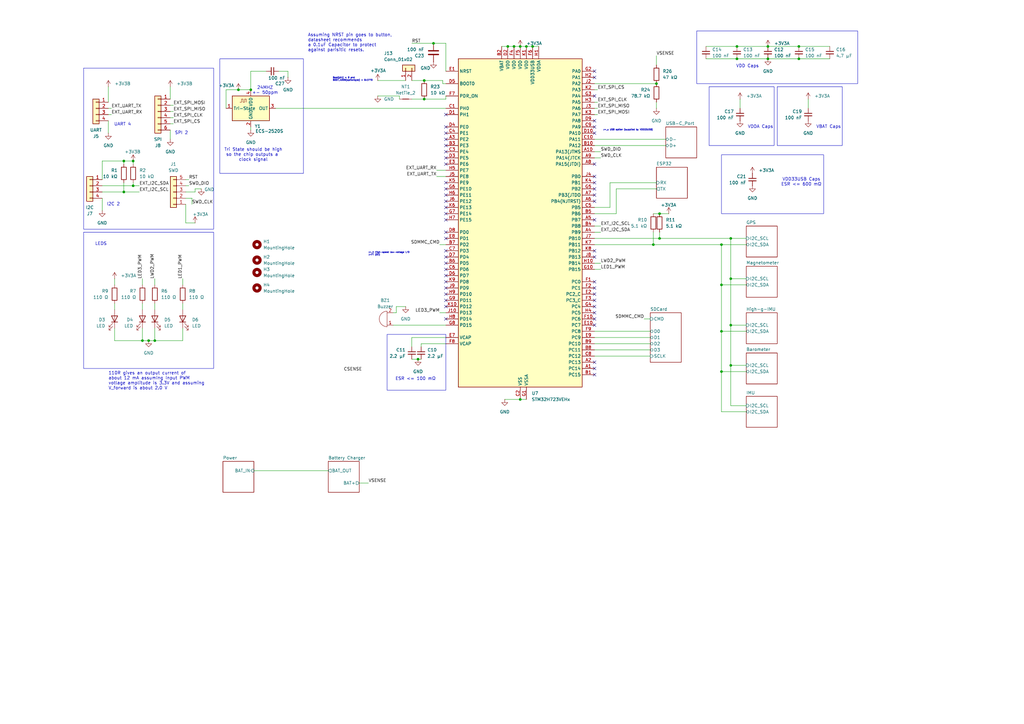
<source format=kicad_sch>
(kicad_sch (version 20250114) (generator "eeschema") (generator_version "9.0")
  (paper "A3")
  (lib_symbols
    (symbol "Connector_Generic:Conn_01x02" (pin_names (offset 1.016) (hide yes))
      (property "Reference" "J" (at 0 2.54 0))
      (property "Value" "Conn_01x02" (at 0 -5.08 0))
      (symbol "Conn_01x02_1_1"
        (pin passive line (at -5.08 0 0) (length 3.81) (name "Pin_1") (number "1"))
        (pin passive line (at -5.08 -2.54 0) (length 3.81) (name "Pin_2") (number "2"))
      )
    )
    (symbol "Connector_Generic:Conn_01x04" (pin_names (offset 1.016) (hide yes))
      (property "Reference" "J" (at 0 5.08 0))
      (property "Value" "Conn_01x04" (at 0 -7.62 0))
      (symbol "Conn_01x04_1_1"
        (pin passive line (at -5.08 2.54 0) (length 3.81) (name "Pin_1") (number "1"))
        (pin passive line (at -5.08 0 0) (length 3.81) (name "Pin_2") (number "2"))
        (pin passive line (at -5.08 -2.54 0) (length 3.81) (name "Pin_3") (number "3"))
        (pin passive line (at -5.08 -5.08 0) (length 3.81) (name "Pin_4") (number "4"))
      )
    )
    (symbol "Connector_Generic:Conn_01x05" (pin_names (offset 1.016) (hide yes))
      (property "Reference" "J" (at 0 7.62 0))
      (property "Value" "Conn_01x05" (at 0 -7.62 0))
      (symbol "Conn_01x05_1_1"
        (pin passive line (at -5.08 5.08 0) (length 3.81) (name "Pin_1") (number "1"))
        (pin passive line (at -5.08 2.54 0) (length 3.81) (name "Pin_2") (number "2"))
        (pin passive line (at -5.08 0 0) (length 3.81) (name "Pin_3") (number "3"))
        (pin passive line (at -5.08 -2.54 0) (length 3.81) (name "Pin_4") (number "4"))
        (pin passive line (at -5.08 -5.08 0) (length 3.81) (name "Pin_5") (number "5"))
      )
    )
    (symbol "Connector_Generic:Conn_01x06" (pin_names (offset 1.016) (hide yes))
      (property "Reference" "J" (at 0 7.62 0))
      (property "Value" "Conn_01x06" (at 0 -10.16 0))
      (symbol "Conn_01x06_1_1"
        (pin passive line (at -5.08 5.08 0) (length 3.81) (name "Pin_1") (number "1"))
        (pin passive line (at -5.08 2.54 0) (length 3.81) (name "Pin_2") (number "2"))
        (pin passive line (at -5.08 0 0) (length 3.81) (name "Pin_3") (number "3"))
        (pin passive line (at -5.08 -2.54 0) (length 3.81) (name "Pin_4") (number "4"))
        (pin passive line (at -5.08 -5.08 0) (length 3.81) (name "Pin_5") (number "5"))
        (pin passive line (at -5.08 -7.62 0) (length 3.81) (name "Pin_6") (number "6"))
      )
    )
    (symbol "Device:Buzzer" (pin_names (offset 0.0254) (hide yes))
      (property "Reference" "BZ" (at 3.81 1.27 0))
      (property "Value" "Buzzer" (at 3.81 -1.27 0))
      (symbol "Buzzer_1_1"
        (pin passive line (at -2.54 2.54 0) (length 2.54) (name "+") (number "1"))
        (pin passive line (at -2.54 -2.54 0) (length 2.54) (name "-") (number "2"))
      )
    )
    (symbol "Device:C" (pin_numbers (hide yes)) (pin_names (offset 0.254))
      (property "Reference" "C" (at 0.635 2.54 0))
      (property "Value" "C" (at 0.635 -2.54 0))
      (symbol "C_1_1"
        (pin passive line (at 0 3.81 270) (length 2.794) (name "~") (number "1"))
        (pin passive line (at 0 -3.81 90) (length 2.794) (name "~") (number "2"))
      )
    )
    (symbol "Device:C_Small" (pin_numbers (hide yes)) (pin_names (offset 0.254) (hide yes))
      (property "Reference" "C" (at 0.254 1.778 0))
      (property "Value" "C_Small" (at 0.254 -2.032 0))
      (symbol "C_Small_1_1"
        (pin passive line (at 0 2.54 270) (length 2.032) (name "~") (number "1"))
        (pin passive line (at 0 -2.54 90) (length 2.032) (name "~") (number "2"))
      )
    )
    (symbol "Device:LED" (pin_numbers (hide yes)) (pin_names (offset 1.016) (hide yes))
      (property "Reference" "D" (at 0 2.54 0))
      (property "Value" "LED" (at 0 -2.54 0))
      (symbol "LED_1_1"
        (pin passive line (at -3.81 0 0) (length 2.54) (name "K") (number "1"))
        (pin passive line (at 3.81 0 180) (length 2.54) (name "A") (number "2"))
      )
    )
    (symbol "Device:NetTie_2" (pin_numbers (hide yes)) (pin_names (offset 0) (hide yes)) (in_bom no)
      (property "Reference" "NT" (at 0 1.27 0))
      (property "Value" "NetTie_2" (at 0 -1.27 0))
      (symbol "NetTie_2_1_1"
        (pin passive line (at -2.54 0 0) (length 2.54) (name "1") (number "1"))
        (pin passive line (at 2.54 0 180) (length 2.54) (name "2") (number "2"))
      )
    )
    (symbol "Device:R" (pin_numbers (hide yes)) (pin_names (offset 0))
      (property "Reference" "R" (at 2.032 0 90))
      (property "Value" "R" (at 0 0 90))
      (symbol "R_1_1"
        (pin passive line (at 0 3.81 270) (length 1.27) (name "~") (number "1"))
        (pin passive line (at 0 -3.81 90) (length 1.27) (name "~") (number "2"))
      )
    )
    (symbol "MCU_ST_STM32H7:STM32H723VEHx"
      (property "Reference" "U" (at -25.4 69.85 0))
      (property "Value" "STM32H723VEHx" (at 10.16 69.85 0))
      (symbol "STM32H723VEHx_1_1"
        (pin input line (at -30.48 63.5 0) (length 5.08) (name "NRST") (number "E1"))
        (pin input line (at -30.48 58.42 0) (length 5.08) (name "BOOT0") (number "D5"))
        (pin input line (at -30.48 53.34 0) (length 5.08) (name "PDR_ON") (number "F7"))
        (pin bidirectional line (at -30.48 48.26 0) (length 5.08) (name "PH0") (number "C1"))
        (pin bidirectional line (at -30.48 45.72 0) (length 5.08) (name "PH1") (number "D1"))
        (pin bidirectional line (at -30.48 40.64 0) (length 5.08) (name "PE0") (number "D4"))
        (pin bidirectional line (at -30.48 38.1 0) (length 5.08) (name "PE1") (number "C4"))
        (pin bidirectional line (at -30.48 35.56 0) (length 5.08) (name "PE2") (number "A3"))
        (pin bidirectional line (at -30.48 33.02 0) (length 5.08) (name "PE3") (number "B3"))
        (pin bidirectional line (at -30.48 30.48 0) (length 5.08) (name "PE4") (number "C3"))
        (pin bidirectional line (at -30.48 27.94 0) (length 5.08) (name "PE5") (number "D3"))
        (pin bidirectional line (at -30.48 25.4 0) (length 5.08) (name "PE6") (number "E3"))
        (pin bidirectional line (at -30.48 22.86 0) (length 5.08) (name "PE7") (number "H5"))
        (pin bidirectional line (at -30.48 20.32 0) (length 5.08) (name "PE8") (number "J5"))
        (pin bidirectional line (at -30.48 17.78 0) (length 5.08) (name "PE9") (number "K5"))
        (pin bidirectional line (at -30.48 15.24 0) (length 5.08) (name "PE10") (number "G6"))
        (pin bidirectional line (at -30.48 12.7 0) (length 5.08) (name "PE11") (number "H6"))
        (pin bidirectional line (at -30.48 10.16 0) (length 5.08) (name "PE12") (number "J6"))
        (pin bidirectional line (at -30.48 7.62 0) (length 5.08) (name "PE13") (number "K6"))
        (pin bidirectional line (at -30.48 5.08 0) (length 5.08) (name "PE14") (number "G7"))
        (pin bidirectional line (at -30.48 2.54 0) (length 5.08) (name "PE15") (number "H7"))
        (pin bidirectional line (at -30.48 -2.54 0) (length 5.08) (name "PD0") (number "D8"))
        (pin bidirectional line (at -30.48 -5.08 0) (length 5.08) (name "PD1") (number "E8"))
        (pin bidirectional line (at -30.48 -7.62 0) (length 5.08) (name "PD2") (number "B7"))
        (pin bidirectional line (at -30.48 -10.16 0) (length 5.08) (name "PD3") (number "C7"))
        (pin bidirectional line (at -30.48 -12.7 0) (length 5.08) (name "PD4") (number "D7"))
        (pin bidirectional line (at -30.48 -15.24 0) (length 5.08) (name "PD5") (number "B6"))
        (pin bidirectional line (at -30.48 -17.78 0) (length 5.08) (name "PD6") (number "C6"))
        (pin bidirectional line (at -30.48 -20.32 0) (length 5.08) (name "PD7") (number "D6"))
        (pin bidirectional line (at -30.48 -22.86 0) (length 5.08) (name "PD8") (number "K9"))
        (pin bidirectional line (at -30.48 -25.4 0) (length 5.08) (name "PD9") (number "J9"))
        (pin bidirectional line (at -30.48 -27.94 0) (length 5.08) (name "PD10") (number "H9"))
        (pin bidirectional line (at -30.48 -30.48 0) (length 5.08) (name "PD11") (number "G9"))
        (pin bidirectional line (at -30.48 -33.02 0) (length 5.08) (name "PD12") (number "K10"))
        (pin bidirectional line (at -30.48 -35.56 0) (length 5.08) (name "PD13") (number "J10"))
        (pin bidirectional line (at -30.48 -38.1 0) (length 5.08) (name "PD14") (number "H8"))
        (pin bidirectional line (at -30.48 -40.64 0) (length 5.08) (name "PD15") (number "G8"))
        (pin power_out line (at -30.48 -45.72 0) (length 5.08) (name "VCAP") (number "E7"))
        (pin power_out line (at -30.48 -48.26 0) (length 5.08) (name "VCAP") (number "F8"))
        (pin power_in line (at -7.62 73.66 270) (length 5.08) (name "VBAT") (number "B2"))
        (pin power_in line (at -5.08 73.66 270) (length 5.08) (name "VDD") (number "D2"))
        (pin power_in line (at -2.54 73.66 270) (length 5.08) (name "VDD") (number "F4"))
        (pin power_in line (at 0 73.66 270) (length 5.08) (name "VDD") (number "F5"))
        (pin power_in line (at 0 -71.12 90) (length 5.08) (name "VSS") (number "C2"))
        (pin passive line (at 0 -71.12 90) (length 5.08) (hide yes) (name "VSS") (number "E4"))
        (pin passive line (at 0 -71.12 90) (length 5.08) (hide yes) (name "VSS") (number "E5"))
        (pin passive line (at 0 -71.12 90) (length 5.08) (hide yes) (name "VSS") (number "E6"))
        (pin passive line (at 0 -71.12 90) (length 5.08) (hide yes) (name "VSS") (number "J1"))
        (pin power_in line (at 2.54 73.66 270) (length 5.08) (name "VDD") (number "K1"))
        (pin power_in line (at 2.54 -71.12 90) (length 5.08) (name "VSSA") (number "G1"))
        (pin power_in line (at 5.08 73.66 270) (length 5.08) (name "VDD33USB") (number "F6"))
        (pin power_in line (at 7.62 73.66 270) (length 5.08) (name "VDDA") (number "H1"))
        (pin bidirectional line (at 30.48 63.5 180) (length 5.08) (name "PA0") (number "G2"))
        (pin bidirectional line (at 30.48 60.96 180) (length 5.08) (name "PA1") (number "H2"))
        (pin bidirectional line (at 30.48 58.42 180) (length 5.08) (name "PA2") (number "J2"))
        (pin bidirectional line (at 30.48 55.88 180) (length 5.08) (name "PA3") (number "K2"))
        (pin bidirectional line (at 30.48 53.34 180) (length 5.08) (name "PA4") (number "G3"))
        (pin bidirectional line (at 30.48 50.8 180) (length 5.08) (name "PA5") (number "H3"))
        (pin bidirectional line (at 30.48 48.26 180) (length 5.08) (name "PA6") (number "J3"))
        (pin bidirectional line (at 30.48 45.72 180) (length 5.08) (name "PA7") (number "K3"))
        (pin bidirectional line (at 30.48 43.18 180) (length 5.08) (name "PA8") (number "D9"))
        (pin bidirectional line (at 30.48 40.64 180) (length 5.08) (name "PA9") (number "C9"))
        (pin bidirectional line (at 30.48 38.1 180) (length 5.08) (name "PA10") (number "D10"))
        (pin bidirectional line (at 30.48 35.56 180) (length 5.08) (name "PA11") (number "C10"))
        (pin bidirectional line (at 30.48 33.02 180) (length 5.08) (name "PA12") (number "B10"))
        (pin bidirectional line (at 30.48 30.48 180) (length 5.08) (name "PA13(JTMS") (number "A10"))
        (pin bidirectional line (at 30.48 27.94 180) (length 5.08) (name "PA14(JTCK") (number "A9"))
        (pin bidirectional line (at 30.48 25.4 180) (length 5.08) (name "PA15(JTDI)") (number "A8"))
        (pin bidirectional line (at 30.48 20.32 180) (length 5.08) (name "PB0") (number "J4"))
        (pin bidirectional line (at 30.48 17.78 180) (length 5.08) (name "PB1") (number "K4"))
        (pin bidirectional line (at 30.48 15.24 180) (length 5.08) (name "PB2") (number "G5"))
        (pin bidirectional line (at 30.48 12.7 180) (length 5.08) (name "PB3(JTDO") (number "A7"))
        (pin bidirectional line (at 30.48 10.16 180) (length 5.08) (name "PB4(NJTRST)") (number "A6"))
        (pin bidirectional line (at 30.48 7.62 180) (length 5.08) (name "PB5") (number "C5"))
        (pin bidirectional line (at 30.48 5.08 180) (length 5.08) (name "PB6") (number "B5"))
        (pin bidirectional line (at 30.48 2.54 180) (length 5.08) (name "PB7") (number "A5"))
        (pin bidirectional line (at 30.48 0 180) (length 5.08) (name "PB8") (number "B4"))
        (pin bidirectional line (at 30.48 -2.54 180) (length 5.08) (name "PB9") (number "A4"))
        (pin bidirectional line (at 30.48 -5.08 180) (length 5.08) (name "PB10") (number "J7"))
        (pin bidirectional line (at 30.48 -7.62 180) (length 5.08) (name "PB11") (number "K7"))
        (pin bidirectional line (at 30.48 -10.16 180) (length 5.08) (name "PB12") (number "K8"))
        (pin bidirectional line (at 30.48 -12.7 180) (length 5.08) (name "PB13") (number "J8"))
        (pin bidirectional line (at 30.48 -15.24 180) (length 5.08) (name "PB14") (number "H10"))
        (pin bidirectional line (at 30.48 -17.78 180) (length 5.08) (name "PB15") (number "G10"))
        (pin bidirectional line (at 30.48 -22.86 180) (length 5.08) (name "PC0") (number "F1"))
        (pin bidirectional line (at 30.48 -25.4 180) (length 5.08) (name "PC1") (number "F2"))
        (pin bidirectional line (at 30.48 -27.94 180) (length 5.08) (name "PC2_C") (number "E2"))
        (pin bidirectional line (at 30.48 -30.48 180) (length 5.08) (name "PC3_C") (number "F3"))
        (pin bidirectional line (at 30.48 -33.02 180) (length 5.08) (name "PC4") (number "G4"))
        (pin bidirectional line (at 30.48 -35.56 180) (length 5.08) (name "PC5") (number "H4"))
        (pin bidirectional line (at 30.48 -38.1 180) (length 5.08) (name "PC6") (number "F10"))
        (pin bidirectional line (at 30.48 -40.64 180) (length 5.08) (name "PC7") (number "E10"))
        (pin bidirectional line (at 30.48 -43.18 180) (length 5.08) (name "PC8") (number "F9"))
        (pin bidirectional line (at 30.48 -45.72 180) (length 5.08) (name "PC9") (number "E9"))
        (pin bidirectional line (at 30.48 -48.26 180) (length 5.08) (name "PC10") (number "B9"))
        (pin bidirectional line (at 30.48 -50.8 180) (length 5.08) (name "PC11") (number "B8"))
        (pin bidirectional line (at 30.48 -53.34 180) (length 5.08) (name "PC12") (number "C8"))
        (pin bidirectional line (at 30.48 -55.88 180) (length 5.08) (name "PC13") (number "A2"))
        (pin bidirectional line (at 30.48 -58.42 180) (length 5.08) (name "PC14") (number "A1"))
        (pin bidirectional line (at 30.48 -60.96 180) (length 5.08) (name "PC15") (number "B1"))
      )
    )
    (symbol "Mechanical:MountingHole" (pin_names (offset 1.016)) (in_bom no)
      (property "Reference" "H" (at 0 5.08 0))
      (property "Value" "MountingHole" (at 0 3.175 0))
    )
    (symbol "Oscillator:ECS-2520MV-xxx-xx"
      (property "Reference" "Y" (at -5.08 6.35 0))
      (property "Value" "ECS-2520MV-xxx-xx" (at 1.27 -6.35 0))
      (symbol "ECS-2520MV-xxx-xx_1_1"
        (pin input line (at -10.16 0 0) (length 2.54) (name "Tri-State") (number "1"))
        (pin power_in line (at 0 7.62 270) (length 2.54) (name "VDD") (number "4"))
        (pin power_in line (at 0 -7.62 90) (length 2.54) (name "GND") (number "2"))
        (pin output line (at 10.16 0 180) (length 2.54) (name "OUT") (number "3"))
      )
    )
    (symbol "power:+3V3" (power) (pin_numbers (hide yes)) (pin_names (offset 0) (hide yes))
      (property "Value" "+3V3" (at 0 3.556 0))
      (symbol "+3V3_1_1"
        (pin power_in line (at 0 0 90) (length 0) (name "~") (number "1"))
      )
    )
    (symbol "power:GND" (power) (pin_numbers (hide yes)) (pin_names (offset 0) (hide yes))
      (property "Value" "GND" (at 0 -3.81 0))
      (symbol "GND_1_1"
        (pin power_in line (at 0 0 270) (length 0) (name "~") (number "1"))
      )
    )
  )
  (rectangle (start 34.29 95.25) (end 87.63 151.13))
  (rectangle (start 295.91 63.5) (end 337.82 87.63))
  (rectangle (start 285.75 12.7) (end 351.79 34.29))
  (rectangle (start 34.29 27.94) (end 87.63 93.98))
  (rectangle (start 290.83 35.56) (end 317.5 59.69))
  (rectangle (start 318.77 35.56) (end 345.44 59.69))
  (rectangle (start 158.75 137.16) (end 182.88 160.02))
  (rectangle (start 90.17 24.13) (end 124.46 71.12))
  (text "VDD Caps" (at 306.578 27.178 0) (effects (font (size 1.27 1.27))))
  (text "I2C 2\n" (at 46.482 83.82 0) (effects (font (size 1.27 1.27))))
  (text "UART 4" (at 50.292 51.054 0) (effects (font (size 1.27 1.27))))
  (text "Assuming NRST pin goes to button, \ndatasheet recommends \na 0.1uF Capacitor to protect \nagainst parisitic resets." (at 126.238 17.526 0) (effects (font (size 1.27 1.27)) (justify left)))
  (text ":=_u USB option (supplied by VDD33USB)" (at 247.396 53.34 0) (effects (font (size 0.635 0.635)) (justify left)))
  (text "ESR <= 100 mΩ\n" (at 170.434 155.448 0) (effects (font (size 1.27 1.27))))
  (text "Boot(pin) = 0 and \nBOOT_ADD0(optionbyte) = 0x1FF0" (at 136.398 32.512 0) (effects (font (size 0.635 0.635)) (justify left)))
  (text "VDD33USB Caps\nESR <= 600 mΩ" (at 328.676 74.676 0) (effects (font (size 1.27 1.27))))
  (text "VDDA Caps" (at 311.912 52.07 0) (effects (font (size 1.27 1.27))))
  (text "LEDS" (at 41.402 100.076 0) (effects (font (size 1.27 1.27))))
  (text ":=_h High-speed low-voltage I/O\n:=FT (5V)" (at 151.13 104.14 0) (effects (font (size 0.635 0.635)) (justify left)))
  (text "24MHZ\n+- 50ppm" (at 108.712 37.084 0) (effects (font (size 1.27 1.27))))
  (text "110R gives an output current of \nabout 12 mA assuming input PWM \nvotlage amplitude is 3.3V and assuming\nV_forward is about 2.0 V" (at 44.45 156.21 0) (effects (font (size 1.27 1.27)) (justify left)))
  (text "SPI 2" (at 74.422 54.61 0) (effects (font (size 1.27 1.27))))
  (text "Tri State should be high\nso the chip outputs a \nclock signal" (at 103.886 63.5 0) (effects (font (size 1.27 1.27))))
  (text "VBAT Caps" (at 339.852 52.07 0) (effects (font (size 1.27 1.27))))
  (junction (at 173.99 40.64))
  (junction (at 210.82 19.05))
  (junction (at 302.26 24.13))
  (junction (at 213.36 163.83))
  (junction (at 295.91 116.84))
  (junction (at 58.42 139.7))
  (junction (at 295.91 135.89))
  (junction (at 54.61 66.04))
  (junction (at 327.66 19.05))
  (junction (at 270.51 97.79))
  (junction (at 269.24 34.29))
  (junction (at 173.99 33.02))
  (junction (at 327.66 24.13))
  (junction (at 171.45 147.32))
  (junction (at 54.61 76.2))
  (junction (at 215.9 19.05))
  (junction (at 213.36 19.05))
  (junction (at 177.8 17.78))
  (junction (at 299.72 97.79))
  (junction (at 218.44 19.05))
  (junction (at 63.5 139.7))
  (junction (at 102.87 36.83))
  (junction (at 60.96 139.7))
  (junction (at 270.51 87.63))
  (junction (at 50.8 78.74))
  (junction (at 50.8 66.04))
  (junction (at 299.72 133.35))
  (junction (at 314.96 24.13))
  (junction (at 97.79 36.83))
  (junction (at 302.26 19.05))
  (junction (at 295.91 152.4))
  (junction (at 299.72 114.3))
  (junction (at 299.72 149.86))
  (junction (at 295.91 100.33))
  (junction (at 208.28 19.05))
  (junction (at 314.96 19.05))
  (junction (at 267.97 100.33))
  (no_connect (at 243.84 102.87))
  (no_connect (at 182.88 102.87))
  (no_connect (at 243.84 29.21))
  (no_connect (at 243.84 148.59))
  (no_connect (at 243.84 153.67))
  (no_connect (at 243.84 67.31))
  (no_connect (at 243.84 123.19))
  (no_connect (at 182.88 97.79))
  (no_connect (at 182.88 90.17))
  (no_connect (at 243.84 128.27))
  (no_connect (at 182.88 110.49))
  (no_connect (at 243.84 151.13))
  (no_connect (at 243.84 52.07))
  (no_connect (at 182.88 54.61))
  (no_connect (at 182.88 115.57))
  (no_connect (at 182.88 118.11))
  (no_connect (at 182.88 107.95))
  (no_connect (at 182.88 85.09))
  (no_connect (at 243.84 130.81))
  (no_connect (at 182.88 125.73))
  (no_connect (at 182.88 59.69))
  (no_connect (at 182.88 95.25))
  (no_connect (at 243.84 82.55))
  (no_connect (at 243.84 120.65))
  (no_connect (at 243.84 39.37))
  (no_connect (at 182.88 64.77))
  (no_connect (at 182.88 105.41))
  (no_connect (at 243.84 54.61))
  (no_connect (at 243.84 115.57))
  (no_connect (at 182.88 80.01))
  (no_connect (at 243.84 118.11))
  (no_connect (at 243.84 80.01))
  (no_connect (at 243.84 49.53))
  (no_connect (at 182.88 67.31))
  (no_connect (at 182.88 62.23))
  (no_connect (at 182.88 87.63))
  (no_connect (at 182.88 123.19))
  (no_connect (at 182.88 120.65))
  (no_connect (at 182.88 52.07))
  (no_connect (at 243.84 105.41))
  (no_connect (at 182.88 74.93))
  (no_connect (at 182.88 130.81))
  (no_connect (at 182.88 46.99))
  (no_connect (at 243.84 125.73))
  (no_connect (at 243.84 77.47))
  (no_connect (at 182.88 57.15))
  (no_connect (at 243.84 31.75))
  (no_connect (at 182.88 113.03))
  (no_connect (at 243.84 90.17))
  (no_connect (at 243.84 133.35))
  (no_connect (at 243.84 72.39))
  (no_connect (at 182.88 82.55))
  (no_connect (at 182.88 77.47))
  (no_connect (at 243.84 74.93))
  (wire (pts (xy 299.72 114.3) (xy 306.07 114.3)))
  (wire (pts (xy 295.91 135.89) (xy 295.91 152.4)))
  (wire (pts (xy 299.72 97.79) (xy 306.07 97.79)))
  (wire (pts (xy 102.87 52.07) (xy 102.87 53.34)))
  (wire (pts (xy 303.53 40.64) (xy 303.53 44.45)))
  (wire (pts (xy 161.29 128.27) (xy 162.56 128.27)))
  (wire (pts (xy 295.91 168.91) (xy 306.07 168.91)))
  (wire (pts (xy 92.71 44.45) (xy 92.71 36.83)))
  (wire (pts (xy 207.01 163.83) (xy 213.36 163.83)))
  (wire (pts (xy 182.88 39.37) (xy 182.88 40.64)))
  (wire (pts (xy 41.91 76.2) (xy 54.61 76.2)))
  (wire (pts (xy 243.84 87.63) (xy 252.73 87.63)))
  (wire (pts (xy 289.56 24.13) (xy 302.26 24.13)))
  (wire (pts (xy 243.84 100.33) (xy 267.97 100.33)))
  (wire (pts (xy 76.2 78.74) (xy 80.01 78.74)))
  (wire (pts (xy 172.72 140.97) (xy 182.88 140.97)))
  (wire (pts (xy 102.87 36.83) (xy 102.87 29.21)))
  (wire (pts (xy 250.19 85.09) (xy 250.19 74.93)))
  (wire (pts (xy 218.44 19.05) (xy 220.98 19.05)))
  (wire (pts (xy 182.88 17.78) (xy 182.88 29.21)))
  (wire (pts (xy 78.74 81.28) (xy 78.74 83.82)))
  (wire (pts (xy 80.01 78.74) (xy 80.01 77.47)))
  (wire (pts (xy 63.5 134.62) (xy 63.5 139.7)))
  (wire (pts (xy 270.51 87.63) (xy 274.32 87.63)))
  (wire (pts (xy 243.84 143.51) (xy 266.7 143.51)))
  (wire (pts (xy 299.72 133.35) (xy 299.72 114.3)))
  (wire (pts (xy 163.83 39.37) (xy 163.83 40.64)))
  (wire (pts (xy 102.87 29.21) (xy 109.22 29.21)))
  (wire (pts (xy 243.84 135.89) (xy 266.7 135.89)))
  (wire (pts (xy 104.14 193.04) (xy 134.62 193.04)))
  (wire (pts (xy 74.93 124.46) (xy 74.93 127)))
  (wire (pts (xy 168.91 138.43) (xy 168.91 142.24)))
  (wire (pts (xy 50.8 78.74) (xy 57.15 78.74)))
  (wire (pts (xy 46.99 134.62) (xy 46.99 139.7)))
  (wire (pts (xy 63.5 139.7) (xy 60.96 139.7)))
  (wire (pts (xy 58.42 114.3) (xy 58.42 116.84)))
  (wire (pts (xy 270.51 95.25) (xy 270.51 97.79)))
  (wire (pts (xy 295.91 116.84) (xy 306.07 116.84)))
  (wire (pts (xy 243.84 146.05) (xy 266.7 146.05)))
  (wire (pts (xy 168.91 17.78) (xy 177.8 17.78)))
  (wire (pts (xy 314.96 24.13) (xy 327.66 24.13)))
  (wire (pts (xy 76.2 81.28) (xy 78.74 81.28)))
  (wire (pts (xy 80.01 77.47) (xy 82.55 77.47)))
  (wire (pts (xy 299.72 133.35) (xy 299.72 149.86)))
  (wire (pts (xy 44.45 46.99) (xy 45.72 46.99)))
  (wire (pts (xy 69.85 45.72) (xy 71.12 45.72)))
  (wire (pts (xy 327.66 19.05) (xy 340.36 19.05)))
  (wire (pts (xy 243.84 95.25) (xy 246.38 95.25)))
  (wire (pts (xy 46.99 139.7) (xy 58.42 139.7)))
  (wire (pts (xy 181.61 34.29) (xy 182.88 34.29)))
  (wire (pts (xy 173.99 40.64) (xy 182.88 40.64)))
  (wire (pts (xy 243.84 34.29) (xy 269.24 34.29)))
  (wire (pts (xy 295.91 152.4) (xy 295.91 168.91)))
  (wire (pts (xy 76.2 76.2) (xy 77.47 76.2)))
  (wire (pts (xy 171.45 147.32) (xy 172.72 147.32)))
  (wire (pts (xy 243.84 92.71) (xy 246.38 92.71)))
  (wire (pts (xy 162.56 128.27) (xy 162.56 125.73)))
  (wire (pts (xy 243.84 62.23) (xy 246.38 62.23)))
  (wire (pts (xy 210.82 19.05) (xy 213.36 19.05)))
  (wire (pts (xy 177.8 17.78) (xy 182.88 17.78)))
  (wire (pts (xy 252.73 77.47) (xy 269.24 77.47)))
  (wire (pts (xy 113.03 44.45) (xy 182.88 44.45)))
  (wire (pts (xy 179.07 72.39) (xy 182.88 72.39)))
  (wire (pts (xy 76.2 83.82) (xy 76.2 91.44)))
  (wire (pts (xy 168.91 40.64) (xy 173.99 40.64)))
  (wire (pts (xy 213.36 19.05) (xy 215.9 19.05)))
  (wire (pts (xy 154.94 33.02) (xy 166.37 33.02)))
  (wire (pts (xy 173.99 33.02) (xy 181.61 33.02)))
  (wire (pts (xy 267.97 95.25) (xy 267.97 100.33)))
  (wire (pts (xy 267.97 87.63) (xy 270.51 87.63)))
  (wire (pts (xy 118.11 29.21) (xy 118.11 31.75)))
  (wire (pts (xy 243.84 59.69) (xy 273.05 59.69)))
  (wire (pts (xy 243.84 46.99) (xy 245.11 46.99)))
  (wire (pts (xy 243.84 64.77) (xy 246.38 64.77)))
  (wire (pts (xy 74.93 139.7) (xy 63.5 139.7)))
  (wire (pts (xy 243.84 57.15) (xy 273.05 57.15)))
  (wire (pts (xy 63.5 124.46) (xy 63.5 127)))
  (wire (pts (xy 215.9 19.05) (xy 218.44 19.05)))
  (wire (pts (xy 58.42 134.62) (xy 58.42 139.7)))
  (wire (pts (xy 69.85 48.26) (xy 71.12 48.26)))
  (wire (pts (xy 270.51 97.79) (xy 299.72 97.79)))
  (wire (pts (xy 54.61 66.04) (xy 54.61 67.31)))
  (wire (pts (xy 289.56 19.05) (xy 302.26 19.05)))
  (wire (pts (xy 114.3 29.21) (xy 118.11 29.21)))
  (wire (pts (xy 41.91 78.74) (xy 50.8 78.74)))
  (wire (pts (xy 46.99 124.46) (xy 46.99 127)))
  (wire (pts (xy 327.66 24.13) (xy 340.36 24.13)))
  (wire (pts (xy 162.56 125.73) (xy 166.37 125.73)))
  (wire (pts (xy 243.84 85.09) (xy 250.19 85.09)))
  (wire (pts (xy 41.91 66.04) (xy 41.91 73.66)))
  (wire (pts (xy 269.24 22.86) (xy 269.24 26.67)))
  (wire (pts (xy 267.97 100.33) (xy 295.91 100.33)))
  (wire (pts (xy 299.72 97.79) (xy 299.72 114.3)))
  (wire (pts (xy 250.19 74.93) (xy 269.24 74.93)))
  (wire (pts (xy 243.84 138.43) (xy 266.7 138.43)))
  (wire (pts (xy 58.42 139.7) (xy 60.96 139.7)))
  (wire (pts (xy 331.47 40.64) (xy 331.47 44.45)))
  (wire (pts (xy 210.82 19.05) (xy 208.28 19.05)))
  (wire (pts (xy 97.79 36.83) (xy 102.87 36.83)))
  (wire (pts (xy 168.91 147.32) (xy 171.45 147.32)))
  (wire (pts (xy 74.93 114.3) (xy 74.93 116.84)))
  (wire (pts (xy 54.61 74.93) (xy 54.61 76.2)))
  (wire (pts (xy 243.84 97.79) (xy 270.51 97.79)))
  (wire (pts (xy 76.2 73.66) (xy 77.47 73.66)))
  (wire (pts (xy 168.91 33.02) (xy 173.99 33.02)))
  (wire (pts (xy 243.84 36.83) (xy 245.11 36.83)))
  (wire (pts (xy 302.26 24.13) (xy 314.96 24.13)))
  (wire (pts (xy 295.91 135.89) (xy 295.91 116.84)))
  (wire (pts (xy 50.8 66.04) (xy 50.8 67.31)))
  (wire (pts (xy 46.99 114.3) (xy 46.99 116.84)))
  (wire (pts (xy 269.24 41.91) (xy 269.24 44.45)))
  (wire (pts (xy 154.94 39.37) (xy 163.83 39.37)))
  (wire (pts (xy 69.85 35.56) (xy 69.85 40.64)))
  (wire (pts (xy 44.45 44.45) (xy 45.72 44.45)))
  (wire (pts (xy 208.28 19.05) (xy 205.74 19.05)))
  (wire (pts (xy 69.85 53.34) (xy 69.85 57.15)))
  (wire (pts (xy 243.84 44.45) (xy 245.11 44.45)))
  (wire (pts (xy 295.91 100.33) (xy 295.91 116.84)))
  (wire (pts (xy 243.84 41.91) (xy 245.11 41.91)))
  (wire (pts (xy 44.45 49.53) (xy 44.45 54.61)))
  (wire (pts (xy 54.61 76.2) (xy 57.15 76.2)))
  (wire (pts (xy 182.88 133.35) (xy 161.29 133.35)))
  (wire (pts (xy 168.91 138.43) (xy 182.88 138.43)))
  (wire (pts (xy 69.85 43.18) (xy 71.12 43.18)))
  (wire (pts (xy 295.91 152.4) (xy 306.07 152.4)))
  (wire (pts (xy 172.72 140.97) (xy 172.72 142.24)))
  (wire (pts (xy 41.91 81.28) (xy 41.91 86.36)))
  (wire (pts (xy 181.61 33.02) (xy 181.61 34.29)))
  (wire (pts (xy 58.42 124.46) (xy 58.42 127)))
  (wire (pts (xy 63.5 114.3) (xy 63.5 116.84)))
  (wire (pts (xy 295.91 100.33) (xy 306.07 100.33)))
  (wire (pts (xy 299.72 166.37) (xy 306.07 166.37)))
  (wire (pts (xy 41.91 66.04) (xy 50.8 66.04)))
  (wire (pts (xy 50.8 66.04) (xy 54.61 66.04)))
  (wire (pts (xy 213.36 163.83) (xy 215.9 163.83)))
  (wire (pts (xy 76.2 91.44) (xy 80.01 91.44)))
  (wire (pts (xy 74.93 134.62) (xy 74.93 139.7)))
  (wire (pts (xy 243.84 140.97) (xy 266.7 140.97)))
  (wire (pts (xy 299.72 149.86) (xy 306.07 149.86)))
  (wire (pts (xy 180.34 128.27) (xy 182.88 128.27)))
  (wire (pts (xy 243.84 110.49) (xy 246.38 110.49)))
  (wire (pts (xy 252.73 87.63) (xy 252.73 77.47)))
  (wire (pts (xy 264.16 130.81) (xy 266.7 130.81)))
  (wire (pts (xy 44.45 35.56) (xy 44.45 41.91)))
  (wire (pts (xy 243.84 107.95) (xy 246.38 107.95)))
  (wire (pts (xy 179.07 69.85) (xy 182.88 69.85)))
  (wire (pts (xy 50.8 74.93) (xy 50.8 78.74)))
  (wire (pts (xy 69.85 50.8) (xy 71.12 50.8)))
  (wire (pts (xy 314.96 19.05) (xy 327.66 19.05)))
  (wire (pts (xy 92.71 36.83) (xy 97.79 36.83)))
  (wire (pts (xy 302.26 19.05) (xy 314.96 19.05)))
  (wire (pts (xy 306.07 135.89) (xy 295.91 135.89)))
  (wire (pts (xy 299.72 149.86) (xy 299.72 166.37)))
  (wire (pts (xy 306.07 133.35) (xy 299.72 133.35)))
  (wire (pts (xy 147.32 198.12) (xy 151.13 198.12)))
  (wire (pts (xy 180.34 100.33) (xy 182.88 100.33)))
  (label "EXT_I2C_SDA" (at 246.38 95.25 0))
  (label "LWD2_PWM" (at 246.38 107.95 0))
  (label "SWD_DIO" (at 246.38 62.23 0))
  (label "EXT_UART_RX" (at 45.72 46.99 0))
  (label "EXT_I2C_SDA" (at 57.15 76.2 0))
  (label "SWD_DIO" (at 77.47 76.2 0))
  (label "EXT_SPI_MISO" (at 245.11 44.45 0))
  (label "EXT_SPI_MOSI" (at 245.11 46.99 0))
  (label "LED3_PWM" (at 180.34 128.27 180))
  (label "EXT_I2C_SCL" (at 57.15 78.74 0))
  (label "VSENSE" (at 151.13 198.12 0))
  (label "VSENSE" (at 269.24 22.86 0))
  (label "LWD2_PWM" (at 63.5 114.3 90))
  (label "EXT_SPI_CLK" (at 245.11 41.91 0))
  (label "EXT_SPI_CLK" (at 71.12 48.26 0))
  (label "EXT_UART_RX" (at 179.07 69.85 180))
  (label "EXT_SPI_MOSI" (at 71.12 43.18 0))
  (label "RST" (at 168.91 17.78 0))
  (label "EXT_SPI_MISO" (at 71.12 45.72 0))
  (label "SDMMC_CMD" (at 180.34 100.33 180))
  (label "EXT_SPI_CS" (at 245.11 36.83 0))
  (label "LED3_PWM" (at 58.42 114.3 90))
  (label "EXT_SPI_CS" (at 71.12 50.8 0))
  (label "RST" (at 77.47 73.66 0))
  (label "LED1_PWM" (at 246.38 110.49 0))
  (label "EXT_I2C_SCL" (at 246.38 92.71 0))
  (label "SWD_CLK" (at 246.38 64.77 0))
  (label "LED1_PWM" (at 74.93 114.3 90))
  (label "SDMMC_CMD" (at 264.16 130.81 180))
  (label "SWD_CLK" (at 78.74 83.82 0))
  (label "CSENSE" (at 140.97 152.4 0))
  (label "EXT_UART_TX" (at 45.72 44.45 0))
  (label "EXT_UART_TX" (at 179.07 72.39 180))
  (symbol (lib_id "power:GND") (at 303.53 49.53 0) (unit 1)
    (property "Reference" "#PWR044" (effects (hide yes)))
    (property "Value" "GND" (at 303.53 54.61 0))
    (property "Description" "Power symbol creates a global label with name \"GND\" , ground" (effects (hide yes)))
  )
  (symbol (lib_id "Device:C_Small") (at 308.61 73.66 0) (mirror y) (unit 1)
    (property "Reference" "C21" (at 306.07 72.3962 0) (effects (justify left)))
    (property "Value" "100 nF" (at 306.07 74.9362 0) (effects (justify left)))
    (property "Footprint" "Capacitor_SMD:C_0603_1608Metric_Pad1.08x0.95mm_HandSolder" (effects (hide yes)))
    (property "Description" "Unpolarized capacitor, small symbol" (effects (hide yes)))
  )
  (symbol (lib_id "Oscillator:ECS-2520MV-xxx-xx") (at 102.87 44.45 0) (unit 1)
    (property "Reference" "Y1" (at 105.664 51.7458 0))
    (property "Value" "ECS-2520S" (at 110.49 53.7778 0))
    (property "Footprint" "Oscillator:Oscillator_SMD_ECS_2520MV-xxx-xx-4Pin_2.5x2.0mm" (effects (hide yes)))
    (property "Datasheet" "https://www.ecsxtal.com/store/pdf/ECS-2520MV.pdf" (effects (hide yes)))
    (property "Description" "HCMOS Crystal Clock Oscillator, 2.5x2.0 mm SMD" (effects (hide yes)))
  )
  (symbol (lib_id "power:GND") (at 118.11 31.75 0) (unit 1)
    (property "Reference" "#PWR019" (effects (hide yes)))
    (property "Value" "GND" (at 118.11 36.83 0))
    (property "Description" "Power symbol creates a global label with name \"GND\" , ground" (effects (hide yes)))
  )
  (symbol (lib_id "Device:R") (at 54.61 71.12 0) (unit 1)
    (property "Reference" "R2" (at 57.15 69.8499 0) (effects (justify left)))
    (property "Value" "10 kΩ" (at 57.15 72.3899 0) (effects (justify left)))
    (property "Footprint" "Resistor_SMD:R_0603_1608Metric_Pad0.98x0.95mm_HandSolder" (effects (hide yes)))
    (property "Description" "Resistor" (effects (hide yes)))
  )
  (symbol (lib_id "Device:R") (at 267.97 91.44 0) (mirror y) (unit 1)
    (property "Reference" "R10" (at 265.43 90.1699 0) (effects (justify left)))
    (property "Value" "5.1 kΩ" (at 265.43 92.7099 0) (effects (justify left)))
    (property "Footprint" "Resistor_SMD:R_0603_1608Metric_Pad0.98x0.95mm_HandSolder" (effects (hide yes)))
    (property "Description" "Resistor" (effects (hide yes)))
  )
  (symbol (lib_id "power:GND") (at 308.61 76.2 0) (unit 1)
    (property "Reference" "#PWR048" (effects (hide yes)))
    (property "Value" "GND" (at 308.61 81.28 0))
    (property "Description" "Power symbol creates a global label with name \"GND\" , ground" (effects (hide yes)))
  )
  (symbol (lib_id "Connector_Generic:Conn_01x04") (at 36.83 76.2 0) (mirror y) (unit 1)
    (property "Reference" "J7" (at 36.83 87.63 0))
    (property "Value" "I2C" (at 36.83 85.09 0))
    (property "Footprint" "Connector_JST:JST_XH_B4B-XH-A_1x04_P2.50mm_Vertical" (effects (hide yes)))
    (property "Description" "Generic connector, single row, 01x04, script generated (kicad-library-utils/schlib/autogen/connector/)" (effects (hide yes)))
  )
  (symbol (lib_id "power:+3V3") (at 97.79 36.83 0) (unit 1)
    (property "Reference" "#PWR038" (effects (hide yes)))
    (property "Value" "+3V3A" (at 89.662 35.052 0) (effects (justify left)))
    (property "Description" "Power symbol creates a global label with name \"+3V3\"" (effects (hide yes)))
  )
  (symbol (lib_id "Device:R") (at 50.8 71.12 0) (mirror y) (unit 1)
    (property "Reference" "R1" (at 48.26 69.8499 0) (effects (justify left)))
    (property "Value" "10 kΩ" (at 48.26 72.3899 0) (effects (justify left)))
    (property "Footprint" "Resistor_SMD:R_0603_1608Metric_Pad0.98x0.95mm_HandSolder" (effects (hide yes)))
    (property "Description" "Resistor" (effects (hide yes)))
  )
  (symbol (lib_id "Device:NetTie_2") (at 166.37 40.64 180) (unit 1) (in_bom no)
    (property "Reference" "NT1" (at 166.37 35.56 0))
    (property "Value" "NetTie_2" (at 166.37 38.1 0))
    (property "Footprint" "NetTie:NetTie-2_SMD_Pad0.5mm" (effects (hide yes)))
    (property "Description" "Net tie, 2 pins" (effects (hide yes)))
  )
  (symbol (lib_id "power:+3V3") (at 308.61 71.12 0) (unit 1)
    (property "Reference" "#PWR047" (effects (hide yes)))
    (property "Value" "+3V3A" (at 311.15 69.8499 0) (effects (justify left)))
    (property "Description" "Power symbol creates a global label with name \"+3V3\"" (effects (hide yes)))
  )
  (symbol (lib_id "Device:LED") (at 58.42 130.81 270) (mirror x) (unit 1)
    (property "Reference" "D4" (at 54.61 131.1274 90) (effects (justify right)))
    (property "Value" "LED" (at 54.61 133.6674 90) (effects (justify right)))
    (property "Footprint" "LED_SMD:LED_0805_2012Metric_Pad1.15x1.40mm_HandSolder" (effects (hide yes)))
    (property "Description" "Light emitting diode" (effects (hide yes)))
    (property "Sim.Pins" "1=K 2=A" (effects (hide yes)))
  )
  (symbol (lib_id "Device:C_Small") (at 172.72 144.78 0) (unit 1)
    (property "Reference" "C10" (at 175.26 143.5162 0) (effects (justify left)))
    (property "Value" "2.2 µF" (at 175.26 146.0562 0) (effects (justify left)))
    (property "Footprint" "Capacitor_SMD:C_0603_1608Metric_Pad1.08x0.95mm_HandSolder" (effects (hide yes)))
    (property "Description" "Unpolarized capacitor, small symbol" (effects (hide yes)))
  )
  (symbol (lib_id "Device:R") (at 46.99 120.65 0) (mirror y) (unit 1)
    (property "Reference" "R9" (at 44.45 119.3799 0) (effects (justify left)))
    (property "Value" "110 Ω" (at 44.45 121.9199 0) (effects (justify left)))
    (property "Footprint" "Resistor_SMD:R_0603_1608Metric_Pad0.98x0.95mm_HandSolder" (effects (hide yes)))
    (property "Description" "Resistor" (effects (hide yes)))
  )
  (symbol (lib_id "power:+3V3") (at 69.85 35.56 0) (unit 1)
    (property "Reference" "#PWR024" (effects (hide yes)))
    (property "Value" "+3V3B" (at 72.39 34.2899 0) (effects (justify left)))
    (property "Description" "Power symbol creates a global label with name \"+3V3\"" (effects (hide yes)))
  )
  (symbol (lib_id "power:+3V3") (at 303.53 40.64 0) (unit 1)
    (property "Reference" "#PWR043" (effects (hide yes)))
    (property "Value" "+3V3A" (at 306.07 39.3699 0) (effects (justify left)))
    (property "Description" "Power symbol creates a global label with name \"+3V3\"" (effects (hide yes)))
  )
  (symbol (lib_id "Device:C_Small") (at 168.91 144.78 0) (mirror y) (unit 1)
    (property "Reference" "C11" (at 166.37 143.5162 0) (effects (justify left)))
    (property "Value" "2.2 µF" (at 166.37 146.0562 0) (effects (justify left)))
    (property "Footprint" "Capacitor_SMD:C_0603_1608Metric_Pad1.08x0.95mm_HandSolder" (effects (hide yes)))
    (property "Description" "Unpolarized capacitor, small symbol" (effects (hide yes)))
  )
  (symbol (lib_id "Device:R") (at 270.51 91.44 0) (unit 1)
    (property "Reference" "R11" (at 273.05 90.1699 0) (effects (justify left)))
    (property "Value" "5.1 kΩ" (at 273.05 92.7099 0) (effects (justify left)))
    (property "Footprint" "Resistor_SMD:R_0603_1608Metric_Pad0.98x0.95mm_HandSolder" (effects (hide yes)))
    (property "Description" "Resistor" (effects (hide yes)))
  )
  (symbol (lib_id "power:GND") (at 60.96 139.7 0) (unit 1)
    (property "Reference" "#PWR040" (effects (hide yes)))
    (property "Value" "GND" (at 60.96 144.78 0))
    (property "Description" "Power symbol creates a global label with name \"GND\" , ground" (effects (hide yes)))
  )
  (symbol (lib_id "power:+3V3") (at 54.61 66.04 0) (unit 1)
    (property "Reference" "#PWR023" (effects (hide yes)))
    (property "Value" "+3V3B" (at 57.658 62.23 0) (effects (justify right)))
    (property "Description" "Power symbol creates a global label with name \"+3V3\"" (effects (hide yes)))
  )
  (symbol (lib_id "Device:R") (at 173.99 36.83 0) (unit 1)
    (property "Reference" "R23" (at 176.53 35.5599 0) (effects (justify left)))
    (property "Value" "10 kΩ" (at 176.53 38.0999 0) (effects (justify left)))
    (property "Footprint" "Resistor_SMD:R_0603_1608Metric_Pad0.98x0.95mm_HandSolder" (effects (hide yes)))
    (property "Description" "Resistor" (effects (hide yes)))
  )
  (symbol (lib_id "Connector_Generic:Conn_01x06") (at 64.77 45.72 0) (mirror y) (unit 1)
    (property "Reference" "J8" (at 64.77 59.69 0))
    (property "Value" "SPI" (at 64.77 57.15 0))
    (property "Footprint" "Connector_JST:JST_XH_B6B-XH-A_1x06_P2.50mm_Vertical" (effects (hide yes)))
    (property "Description" "Generic connector, single row, 01x06, script generated (kicad-library-utils/schlib/autogen/connector/)" (effects (hide yes)))
  )
  (symbol (lib_id "Mechanical:MountingHole") (at 105.41 111.76 0) (unit 1) (in_bom no)
    (property "Reference" "H3" (at 107.95 110.4899 0) (effects (justify left)))
    (property "Value" "MountingHole" (at 107.95 113.0299 0) (effects (justify left)))
    (property "Footprint" "MountingHole:MountingHole_3.2mm_M3_DIN965" (effects (hide yes)))
    (property "Description" "Mounting Hole without connection" (effects (hide yes)))
  )
  (symbol (lib_id "Device:R") (at 269.24 30.48 180) (unit 1)
    (property "Reference" "R26" (at 271.78 29.2099 0) (effects (justify right)))
    (property "Value" "47 kΩ" (at 271.78 31.7499 0) (effects (justify right)))
    (property "Footprint" "Resistor_SMD:R_0603_1608Metric_Pad0.98x0.95mm_HandSolder" (effects (hide yes)))
    (property "Description" "Resistor" (effects (hide yes)))
  )
  (symbol (lib_id "power:+3V3") (at 314.96 19.05 0) (unit 1)
    (property "Reference" "#PWR041" (effects (hide yes)))
    (property "Value" "+3V3A" (at 317.5 17.7799 0) (effects (justify left)))
    (property "Description" "Power symbol creates a global label with name \"+3V3\"" (effects (hide yes)))
  )
  (symbol (lib_id "Device:LED") (at 74.93 130.81 90) (unit 1)
    (property "Reference" "D6" (at 78.74 131.1274 90) (effects (justify right)))
    (property "Value" "LED" (at 78.74 133.6674 90) (effects (justify right)))
    (property "Footprint" "LED_SMD:LED_0805_2012Metric_Pad1.15x1.40mm_HandSolder" (effects (hide yes)))
    (property "Description" "Light emitting diode" (effects (hide yes)))
    (property "Sim.Pins" "1=K 2=A" (effects (hide yes)))
  )
  (symbol (lib_id "power:+3V3") (at 213.36 19.05 0) (unit 1)
    (property "Reference" "#PWR034" (effects (hide yes)))
    (property "Value" "+3V3A" (at 215.9 17.7799 0) (effects (justify left)))
    (property "Description" "Power symbol creates a global label with name \"+3V3\"" (effects (hide yes)))
  )
  (symbol (lib_id "Device:LED") (at 63.5 130.81 90) (unit 1)
    (property "Reference" "D5" (at 67.31 131.1274 90) (effects (justify right)))
    (property "Value" "LED" (at 67.31 133.6674 90) (effects (justify right)))
    (property "Footprint" "LED_SMD:LED_0805_2012Metric_Pad1.15x1.40mm_HandSolder" (effects (hide yes)))
    (property "Description" "Light emitting diode" (effects (hide yes)))
    (property "Sim.Pins" "1=K 2=A" (effects (hide yes)))
  )
  (symbol (lib_id "Device:C_Small") (at 303.53 46.99 0) (mirror y) (unit 1)
    (property "Reference" "C17" (at 300.99 45.7262 0) (effects (justify left)))
    (property "Value" "100 nF" (at 300.99 48.2662 0) (effects (justify left)))
    (property "Footprint" "Capacitor_SMD:C_0603_1608Metric_Pad1.08x0.95mm_HandSolder" (effects (hide yes)))
    (property "Description" "Unpolarized capacitor, small symbol" (effects (hide yes)))
  )
  (symbol (lib_id "MCU_ST_STM32H7:STM32H723VEHx") (at 213.36 92.71 0) (unit 1)
    (property "Reference" "U7" (at 218.0433 161.29 0) (effects (justify left)))
    (property "Value" "STM32H723VEHx" (at 218.0433 163.83 0) (effects (justify left)))
    (property "Footprint" "Package_BGA:TFBGA-100_8x8mm_Layout10x10_P0.8mm" (effects (hide yes)))
    (property "Datasheet" "https://www.st.com/resource/en/datasheet/stm32h723ve.pdf" (effects (hide yes)))
    (property "Description" "STMicroelectronics Arm Cortex-M7 MCU, 512KB flash, 564KB RAM, 550 MHz, 1.62-3.6V, 82 GPIO, TFBGA100" (effects (hide yes)))
  )
  (symbol (lib_id "Connector_Generic:Conn_01x05") (at 71.12 78.74 180) (unit 1)
    (property "Reference" "J1" (at 71.12 67.31 0))
    (property "Value" "SWD" (at 71.12 69.85 0))
    (property "Footprint" "Connector_PinHeader_2.54mm:PinHeader_1x05_P2.54mm_Vertical" (effects (hide yes)))
    (property "Description" "Generic connector, single row, 01x05, script generated (kicad-library-utils/schlib/autogen/connector/)" (effects (hide yes)))
  )
  (symbol (lib_id "power:GND") (at 207.01 163.83 0) (unit 1)
    (property "Reference" "#PWR07" (effects (hide yes)))
    (property "Value" "GND" (at 207.01 168.91 0))
    (property "Description" "Power symbol creates a global label with name \"GND\" , ground" (effects (hide yes)))
  )
  (symbol (lib_id "Device:C_Small") (at 331.47 46.99 0) (mirror y) (unit 1)
    (property "Reference" "C19" (at 328.93 45.7262 0) (effects (justify left)))
    (property "Value" "100 nF" (at 328.93 48.2662 0) (effects (justify left)))
    (property "Footprint" "Capacitor_SMD:C_0603_1608Metric_Pad1.08x0.95mm_HandSolder" (effects (hide yes)))
    (property "Description" "Unpolarized capacitor, small symbol" (effects (hide yes)))
  )
  (symbol (lib_id "Device:R") (at 63.5 120.65 0) (unit 1)
    (property "Reference" "R6" (at 66.04 119.3799 0) (effects (justify left)))
    (property "Value" "110 Ω" (at 66.04 121.9199 0) (effects (justify left)))
    (property "Footprint" "Resistor_SMD:R_0603_1608Metric_Pad0.98x0.95mm_HandSolder" (effects (hide yes)))
    (property "Description" "Resistor" (effects (hide yes)))
  )
  (symbol (lib_id "power:GND") (at 44.45 54.61 0) (unit 1)
    (property "Reference" "#PWR027" (effects (hide yes)))
    (property "Value" "GND" (at 44.45 59.69 0))
    (property "Description" "Power symbol creates a global label with name \"GND\" , ground" (effects (hide yes)))
  )
  (symbol (lib_id "Mechanical:MountingHole") (at 105.41 118.11 0) (unit 1) (in_bom no)
    (property "Reference" "H4" (at 107.95 116.8399 0) (effects (justify left)))
    (property "Value" "MountingHole" (at 107.95 119.3799 0) (effects (justify left)))
    (property "Footprint" "MountingHole:MountingHole_3.2mm_M3_DIN965" (effects (hide yes)))
    (property "Description" "Mounting Hole without connection" (effects (hide yes)))
  )
  (symbol (lib_id "power:GND") (at 166.37 125.73 0) (unit 1)
    (property "Reference" "#PWR036" (effects (hide yes)))
    (property "Value" "GND" (at 166.37 130.81 0))
    (property "Description" "Power symbol creates a global label with name \"GND\" , ground" (effects (hide yes)))
  )
  (symbol (lib_id "power:GND") (at 171.45 147.32 0) (unit 1)
    (property "Reference" "#PWR035" (effects (hide yes)))
    (property "Value" "GND" (at 171.45 152.4 0))
    (property "Description" "Power symbol creates a global label with name \"GND\" , ground" (effects (hide yes)))
  )
  (symbol (lib_id "Device:R") (at 269.24 38.1 0) (mirror x) (unit 1)
    (property "Reference" "R24" (at 266.7 36.8299 0) (effects (justify right)))
    (property "Value" "78.7 kΩ" (at 266.7 39.3699 0) (effects (justify right)))
    (property "Footprint" "Resistor_SMD:R_0603_1608Metric_Pad0.98x0.95mm_HandSolder" (effects (hide yes)))
    (property "Description" "Resistor" (effects (hide yes)))
  )
  (symbol (lib_id "Device:C_Small") (at 327.66 21.59 0) (unit 1)
    (property "Reference" "C15" (at 330.2 20.3262 0) (effects (justify left)))
    (property "Value" "100 nF" (at 330.2 22.8662 0) (effects (justify left)))
    (property "Footprint" "Capacitor_SMD:C_0603_1608Metric_Pad1.08x0.95mm_HandSolder" (effects (hide yes)))
    (property "Description" "Unpolarized capacitor, small symbol" (effects (hide yes)))
  )
  (symbol (lib_id "power:GND") (at 177.8 25.4 0) (unit 1)
    (property "Reference" "#PWR0105" (effects (hide yes)))
    (property "Value" "GND" (at 174.498 27.94 0))
    (property "Description" "Power symbol creates a global label with name \"GND\" , ground" (effects (hide yes)))
  )
  (symbol (lib_id "power:+3V3") (at 46.99 114.3 0) (unit 1)
    (property "Reference" "#PWR039" (effects (hide yes)))
    (property "Value" "+3V3A" (at 49.53 113.0299 0) (effects (justify left)))
    (property "Description" "Power symbol creates a global label with name \"+3V3\"" (effects (hide yes)))
  )
  (symbol (lib_id "Device:C_Small") (at 314.96 21.59 0) (unit 1)
    (property "Reference" "C12" (at 317.5 20.3262 0) (effects (justify left)))
    (property "Value" "100 nF" (at 317.5 22.8662 0) (effects (justify left)))
    (property "Footprint" "Capacitor_SMD:C_0603_1608Metric_Pad1.08x0.95mm_HandSolder" (effects (hide yes)))
    (property "Description" "Unpolarized capacitor, small symbol" (effects (hide yes)))
  )
  (symbol (lib_id "Connector_Generic:Conn_01x04") (at 39.37 44.45 0) (mirror y) (unit 1)
    (property "Reference" "J5" (at 39.37 55.88 0))
    (property "Value" "UART" (at 39.37 53.34 0))
    (property "Footprint" "Connector_JST:JST_XH_B4B-XH-A_1x04_P2.50mm_Vertical" (effects (hide yes)))
    (property "Description" "Generic connector, single row, 01x04, script generated (kicad-library-utils/schlib/autogen/connector/)" (effects (hide yes)))
  )
  (symbol (lib_id "Device:R") (at 74.93 120.65 0) (unit 1)
    (property "Reference" "R8" (at 77.47 119.3799 0) (effects (justify left)))
    (property "Value" "110 Ω" (at 77.47 121.9199 0) (effects (justify left)))
    (property "Footprint" "Resistor_SMD:R_0603_1608Metric_Pad0.98x0.95mm_HandSolder" (effects (hide yes)))
    (property "Description" "Resistor" (effects (hide yes)))
  )
  (symbol (lib_id "power:+3V3") (at 274.32 87.63 0) (unit 1)
    (property "Reference" "#PWR045" (effects (hide yes)))
    (property "Value" "+3V3A" (at 271.0179 84.074 0) (effects (justify left)))
    (property "Description" "Power symbol creates a global label with name \"+3V3\"" (effects (hide yes)))
  )
  (symbol (lib_id "power:GND") (at 314.96 24.13 0) (unit 1)
    (property "Reference" "#PWR042" (effects (hide yes)))
    (property "Value" "GND" (at 314.96 29.21 0))
    (property "Description" "Power symbol creates a global label with name \"GND\" , ground" (effects (hide yes)))
  )
  (symbol (lib_id "Mechanical:MountingHole") (at 105.41 100.33 0) (unit 1) (in_bom no)
    (property "Reference" "H1" (at 107.95 99.0599 0) (effects (justify left)))
    (property "Value" "MountingHole" (at 107.95 101.5999 0) (effects (justify left)))
    (property "Footprint" "MountingHole:MountingHole_3.2mm_M3_DIN965" (effects (hide yes)))
    (property "Description" "Mounting Hole without connection" (effects (hide yes)))
  )
  (symbol (lib_id "power:GND") (at 331.47 49.53 0) (unit 1)
    (property "Reference" "#PWR046" (effects (hide yes)))
    (property "Value" "GND" (at 331.47 54.61 0))
    (property "Description" "Power symbol creates a global label with name \"GND\" , ground" (effects (hide yes)))
  )
  (symbol (lib_id "power:GND") (at 269.24 44.45 0) (unit 1)
    (property "Reference" "#PWR021" (effects (hide yes)))
    (property "Value" "GND" (at 269.24 49.53 0))
    (property "Description" "Power symbol creates a global label with name \"GND\" , ground" (effects (hide yes)))
  )
  (symbol (lib_id "power:+3V3") (at 44.45 35.56 0) (unit 1)
    (property "Reference" "#PWR022" (effects (hide yes)))
    (property "Value" "+3V3B" (at 46.99 34.2899 0) (effects (justify left)))
    (property "Description" "Power symbol creates a global label with name \"+3V3\"" (effects (hide yes)))
  )
  (symbol (lib_id "power:GND") (at 69.85 57.15 0) (unit 1)
    (property "Reference" "#PWR026" (effects (hide yes)))
    (property "Value" "GND" (at 69.85 62.23 0))
    (property "Description" "Power symbol creates a global label with name \"GND\" , ground" (effects (hide yes)))
  )
  (symbol (lib_id "Device:R") (at 58.42 120.65 0) (mirror y) (unit 1)
    (property "Reference" "R7" (at 55.88 119.3799 0) (effects (justify left)))
    (property "Value" "110 Ω" (at 55.88 121.9199 0) (effects (justify left)))
    (property "Footprint" "Resistor_SMD:R_0603_1608Metric_Pad0.98x0.95mm_HandSolder" (effects (hide yes)))
    (property "Description" "Resistor" (effects (hide yes)))
  )
  (symbol (lib_id "power:GND") (at 102.87 53.34 0) (unit 1)
    (property "Reference" "#PWR037" (effects (hide yes)))
    (property "Value" "GND" (at 102.87 58.42 0))
    (property "Description" "Power symbol creates a global label with name \"GND\" , ground" (effects (hide yes)))
  )
  (symbol (lib_id "Device:Buzzer") (at 158.75 130.81 180) (unit 1)
    (property "Reference" "BZ1" (at 157.9949 123.19 0))
    (property "Value" "Buzzer" (at 157.9949 125.73 0))
    (property "Footprint" "TRT-Avionics:Adafruit_5V_Buzzer" (effects (hide yes)))
    (property "Description" "Buzzer, polarized" (effects (hide yes)))
  )
  (symbol (lib_id "power:GND") (at 41.91 86.36 0) (unit 1)
    (property "Reference" "#PWR025" (effects (hide yes)))
    (property "Value" "GND" (at 41.91 91.44 0))
    (property "Description" "Power symbol creates a global label with name \"GND\" , ground" (effects (hide yes)))
  )
  (symbol (lib_id "Device:C_Small") (at 289.56 21.59 0) (unit 1)
    (property "Reference" "C14" (at 292.1 20.3262 0) (effects (justify left)))
    (property "Value" "100 nF" (at 292.1 22.8662 0) (effects (justify left)))
    (property "Footprint" "Capacitor_SMD:C_0603_1608Metric_Pad1.08x0.95mm_HandSolder" (effects (hide yes)))
    (property "Description" "Unpolarized capacitor, small symbol" (effects (hide yes)))
  )
  (symbol (lib_id "Device:C_Small") (at 302.26 21.59 0) (unit 1)
    (property "Reference" "C13" (at 304.8 20.3262 0) (effects (justify left)))
    (property "Value" "100 nF" (at 304.8 22.8662 0) (effects (justify left)))
    (property "Footprint" "Capacitor_SMD:C_0603_1608Metric_Pad1.08x0.95mm_HandSolder" (effects (hide yes)))
    (property "Description" "Unpolarized capacitor, small symbol" (effects (hide yes)))
  )
  (symbol (lib_id "power:+3V3") (at 331.47 40.64 0) (unit 1)
    (property "Reference" "#PWR091" (effects (hide yes)))
    (property "Value" "+3V3A" (at 334.01 39.3699 0) (effects (justify left)))
    (property "Description" "Power symbol creates a global label with name \"+3V3\"" (effects (hide yes)))
  )
  (symbol (lib_id "Device:C") (at 177.8 21.59 180) (unit 1)
    (property "Reference" "C23" (at 173.99 22.8601 0) (effects (justify left)))
    (property "Value" "100 nF" (at 173.99 20.3201 0) (effects (justify left)))
    (property "Footprint" "Capacitor_SMD:C_0603_1608Metric_Pad1.08x0.95mm_HandSolder" (effects (hide yes)))
    (property "Description" "Unpolarized capacitor" (effects (hide yes)))
  )
  (symbol (lib_id "Connector_Generic:Conn_01x02") (at 166.37 27.94 90) (unit 1)
    (property "Reference" "J13" (at 157.48 21.8439 90) (effects (justify right)))
    (property "Value" "Conn_01x02" (at 157.48 24.3839 90) (effects (justify right)))
    (property "Footprint" "Connector_PinHeader_2.54mm:PinHeader_1x02_P2.54mm_Vertical" (effects (hide yes)))
    (property "Description" "Generic connector, single row, 01x02, script generated (kicad-library-utils/schlib/autogen/connector/)" (effects (hide yes)))
  )
  (symbol (lib_id "power:+3V3") (at 154.94 33.02 0) (unit 1)
    (property "Reference" "#PWR052" (effects (hide yes)))
    (property "Value" "+3V3A" (at 151.892 28.9559 0) (effects (justify left)))
    (property "Description" "Power symbol creates a global label with name \"+3V3\"" (effects (hide yes)))
  )
  (symbol (lib_id "Device:LED") (at 46.99 130.81 270) (mirror x) (unit 1)
    (property "Reference" "D3" (at 43.18 131.1274 90) (effects (justify right)))
    (property "Value" "LED" (at 43.18 133.6674 90) (effects (justify right)))
    (property "Footprint" "LED_SMD:LED_0805_2012Metric_Pad1.15x1.40mm_HandSolder" (effects (hide yes)))
    (property "Description" "Light emitting diode" (effects (hide yes)))
    (property "Sim.Pins" "1=K 2=A" (effects (hide yes)))
  )
  (symbol (lib_id "Device:C_Small") (at 340.36 21.59 0) (unit 1)
    (property "Reference" "C16" (at 342.9 20.3262 0) (effects (justify left)))
    (property "Value" "4.7 µF" (at 342.9 22.8662 0) (effects (justify left)))
    (property "Footprint" "Capacitor_SMD:C_0603_1608Metric_Pad1.08x0.95mm_HandSolder" (effects (hide yes)))
    (property "Description" "Unpolarized capacitor, small symbol" (effects (hide yes)))
  )
  (symbol (lib_id "power:GND") (at 154.94 39.37 0) (unit 1)
    (property "Reference" "#PWR053" (effects (hide yes)))
    (property "Value" "GND" (at 157.48 40.6399 0) (effects (justify left)))
    (property "Description" "Power symbol creates a global label with name \"GND\" , ground" (effects (hide yes)))
  )
  (symbol (lib_id "Device:C_Small") (at 111.76 29.21 270) (unit 1)
    (property "Reference" "C27" (at 114.8016 34.29 90))
    (property "Value" "100 nF" (at 113.5316 32.004 90))
    (property "Footprint" "Capacitor_SMD:C_0603_1608Metric_Pad1.08x0.95mm_HandSolder" (effects (hide yes)))
    (property "Description" "Unpolarized capacitor, small symbol" (effects (hide yes)))
  )
  (symbol (lib_id "Mechanical:MountingHole") (at 105.41 106.68 0) (unit 1) (in_bom no)
    (property "Reference" "H2" (at 107.95 105.4099 0) (effects (justify left)))
    (property "Value" "MountingHole" (at 107.95 107.9499 0) (effects (justify left)))
    (property "Footprint" "MountingHole:MountingHole_3.2mm_M3_DIN965" (effects (hide yes)))
    (property "Description" "Mounting Hole without connection" (effects (hide yes)))
  )
  (symbol (lib_id "power:+3V3") (at 80.01 91.44 0) (unit 1)
    (property "Reference" "#PWR028" (effects (hide yes)))
    (property "Value" "+3V3A" (at 78.994 87.884 0) (effects (justify left)))
    (property "Description" "Power symbol creates a global label with name \"+3V3\"" (effects (hide yes)))
  )
  (symbol (lib_id "power:GND") (at 82.55 77.47 0) (unit 1)
    (property "Reference" "#PWR092" (effects (hide yes)))
    (property "Value" "GND" (at 83.82 77.7239 0) (effects (justify left)))
    (property "Description" "Power symbol creates a global label with name \"GND\" , ground" (effects (hide yes)))
  )
  (sheet (at 306.07 128.27) (size 12.7 12.7) (stroke (width 0.1524))
    (property "Sheetname" "High-g-IMU" (at 306.07 127.5584 0) (effects (justify left bottom)))
    (property "Sheetfile" "High-g-IMU.kicad_sc.kicad_sch" (effects (hide yes)))
    (pin "I2C_SDA" bidirectional (at 306.07 135.89 180))
    (pin "I2C_SCL" input (at 306.07 133.35 180))
  )
  (sheet (at 91.44 189.23) (size 12.7 12.7) (stroke (width 0.1524))
    (property "Sheetname" "Power" (at 91.44 188.5184 0) (effects (justify left bottom)))
    (property "Sheetfile" "Power.kicad_sch" (effects (hide yes)))
    (pin "BAT_IN" input (at 104.14 193.04 0))
  )
  (sheet (at 306.07 109.22) (size 12.7 12.7) (stroke (width 0.1524))
    (property "Sheetname" "Magnetometer" (at 306.07 108.5084 0) (effects (justify left bottom)))
    (property "Sheetfile" "Magnetometer.kicad_sc.kicad_sch" (effects (hide yes)))
    (pin "I2C_SCL" input (at 306.07 114.3 180))
    (pin "I2C_SDA" bidirectional (at 306.07 116.84 180))
  )
  (sheet (at 306.07 162.56) (size 12.7 12.7) (stroke (width 0.1524))
    (property "Sheetname" "IMU" (at 306.07 161.8484 0) (effects (justify left bottom)))
    (property "Sheetfile" "IMU.kicad_sc.kicad_sch" (effects (hide yes)))
    (pin "I2C_SCL" input (at 306.07 166.37 180))
    (pin "I2C_SDA" bidirectional (at 306.07 168.91 180))
  )
  (sheet (at 273.05 52.07) (size 12.7 12.7) (stroke (width 0.1524))
    (property "Sheetname" "USB-C_Port" (at 273.05 51.3584 0) (effects (justify left bottom)))
    (property "Sheetfile" "USB-C_Port.kicad_sch" (effects (hide yes)))
    (pin "D+" bidirectional (at 273.05 59.69 180))
    (pin "D-" bidirectional (at 273.05 57.15 180))
  )
  (sheet (at 134.62 189.23) (size 12.7 12.7) (stroke (width 0.1524))
    (property "Sheetname" "Battery Charger" (at 134.62 188.5184 0) (effects (justify left bottom)))
    (property "Sheetfile" "BMS.kicad_sch" (effects (hide yes)))
    (pin "BAT_OUT" output (at 134.62 193.04 180))
    (pin "BAT+" output (at 147.32 198.12 0))
  )
  (sheet (at 269.24 68.58) (size 12.7 12.7) (stroke (width 0.1524))
    (property "Sheetname" "ESP32" (at 269.24 67.8684 0) (effects (justify left bottom)))
    (property "Sheetfile" "ESP32.kicad_sch" (effects (hide yes)))
    (pin "TX" output (at 269.24 77.47 180))
    (pin "RX" input (at 269.24 74.93 180))
  )
  (sheet (at 266.7 128.27) (size 12.7 20.32) (stroke (width 0.1524))
    (property "Sheetname" "SDCard" (at 266.7 127.5584 0) (effects (justify left bottom)))
    (property "Sheetfile" "SDCard.kicad_sch" (effects (hide yes)))
    (pin "SCLK" input (at 266.7 146.05 180))
    (pin "D0" bidirectional (at 266.7 135.89 180))
    (pin "D1" bidirectional (at 266.7 138.43 180))
    (pin "D2" bidirectional (at 266.7 140.97 180))
    (pin "CMD" input (at 266.7 130.81 180))
    (pin "D3" bidirectional (at 266.7 143.51 180))
  )
  (sheet (at 306.07 92.71) (size 12.7 12.7) (stroke (width 0.1524))
    (property "Sheetname" "GPS" (at 306.07 91.9984 0) (effects (justify left bottom)))
    (property "Sheetfile" "GPS.kicad_sc.kicad_sch" (effects (hide yes)))
    (pin "I2C_SCL" input (at 306.07 97.79 180))
    (pin "I2C_SDA" bidirectional (at 306.07 100.33 180))
  )
  (sheet (at 306.07 144.78) (size 12.7 12.7) (stroke (width 0.1524))
    (property "Sheetname" "Barometer" (at 306.07 144.0684 0) (effects (justify left bottom)))
    (property "Sheetfile" "Barometer.kicad_sc.kicad_sch" (effects (hide yes)))
    (pin "I2C_SDA" bidirectional (at 306.07 152.4 180))
    (pin "I2C_SCL" input (at 306.07 149.86 180))
  )
)
</source>
